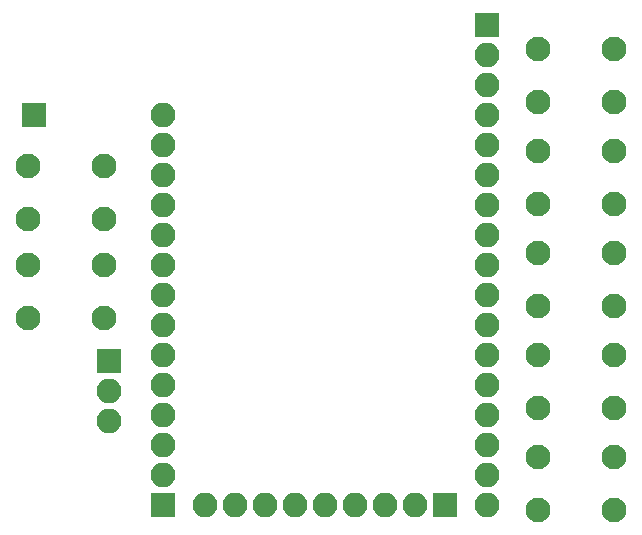
<source format=gbr>
G04 #@! TF.FileFunction,Soldermask,Bot*
%FSLAX46Y46*%
G04 Gerber Fmt 4.6, Leading zero omitted, Abs format (unit mm)*
G04 Created by KiCad (PCBNEW 4.0.7) date 02/24/18 18:12:37*
%MOMM*%
%LPD*%
G01*
G04 APERTURE LIST*
%ADD10C,0.100000*%
%ADD11C,2.100000*%
%ADD12R,2.100000X2.100000*%
%ADD13O,2.100000X2.100000*%
G04 APERTURE END LIST*
D10*
D11*
X130452000Y-67492000D03*
X123952000Y-67492000D03*
X130452000Y-62992000D03*
X123952000Y-62992000D03*
D12*
X135382000Y-91694000D03*
D13*
X135382000Y-89154000D03*
X135382000Y-86614000D03*
X135382000Y-84074000D03*
X135382000Y-81534000D03*
X135382000Y-78994000D03*
X135382000Y-76454000D03*
X135382000Y-73914000D03*
X135382000Y-71374000D03*
X135382000Y-68834000D03*
X135382000Y-66294000D03*
X135382000Y-63754000D03*
X135382000Y-61214000D03*
X135382000Y-58674000D03*
D12*
X162814000Y-51054000D03*
D13*
X162814000Y-53594000D03*
X162814000Y-56134000D03*
X162814000Y-58674000D03*
X162814000Y-61214000D03*
X162814000Y-63754000D03*
X162814000Y-66294000D03*
X162814000Y-68834000D03*
X162814000Y-71374000D03*
X162814000Y-73914000D03*
X162814000Y-76454000D03*
X162814000Y-78994000D03*
X162814000Y-81534000D03*
X162814000Y-84074000D03*
X162814000Y-86614000D03*
X162814000Y-89154000D03*
X162814000Y-91694000D03*
D12*
X130810000Y-79502000D03*
D13*
X130810000Y-82042000D03*
X130810000Y-84582000D03*
D12*
X159258000Y-91694000D03*
D13*
X156718000Y-91694000D03*
X154178000Y-91694000D03*
X151638000Y-91694000D03*
X149098000Y-91694000D03*
X146558000Y-91694000D03*
X144018000Y-91694000D03*
X141478000Y-91694000D03*
X138938000Y-91694000D03*
D12*
X124460000Y-58674000D03*
D11*
X173632000Y-57586000D03*
X167132000Y-57586000D03*
X173632000Y-53086000D03*
X167132000Y-53086000D03*
X173632000Y-66222000D03*
X167132000Y-66222000D03*
X173632000Y-61722000D03*
X167132000Y-61722000D03*
X173632000Y-74858000D03*
X167132000Y-74858000D03*
X173632000Y-70358000D03*
X167132000Y-70358000D03*
X173632000Y-83494000D03*
X167132000Y-83494000D03*
X173632000Y-78994000D03*
X167132000Y-78994000D03*
X173632000Y-92130000D03*
X167132000Y-92130000D03*
X173632000Y-87630000D03*
X167132000Y-87630000D03*
X130452000Y-75874000D03*
X123952000Y-75874000D03*
X130452000Y-71374000D03*
X123952000Y-71374000D03*
M02*

</source>
